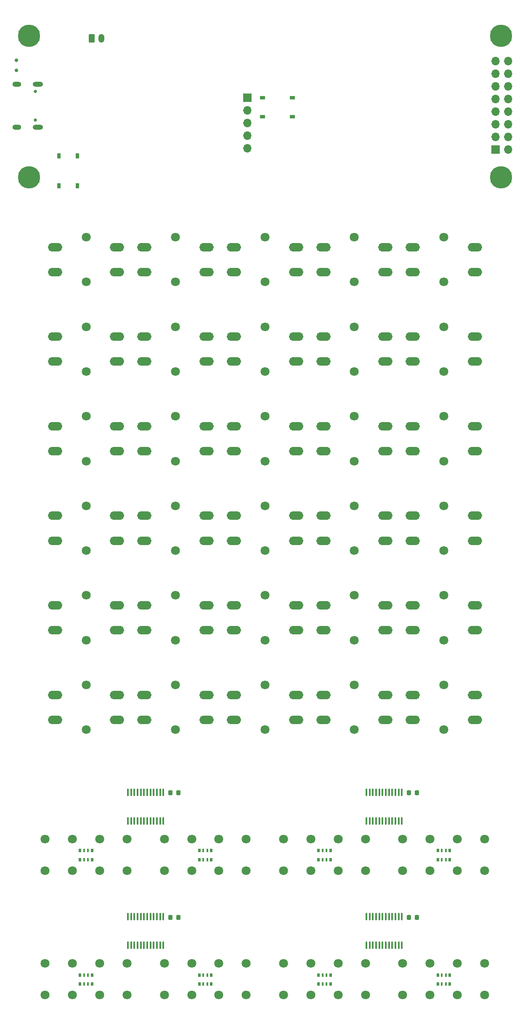
<source format=gbr>
%TF.GenerationSoftware,KiCad,Pcbnew,8.0.7*%
%TF.CreationDate,2025-01-05T21:02:15-05:00*%
%TF.ProjectId,rp2040-programmer-calculator-v2,72703230-3430-42d7-9072-6f6772616d6d,rev?*%
%TF.SameCoordinates,Original*%
%TF.FileFunction,Soldermask,Bot*%
%TF.FilePolarity,Negative*%
%FSLAX46Y46*%
G04 Gerber Fmt 4.6, Leading zero omitted, Abs format (unit mm)*
G04 Created by KiCad (PCBNEW 8.0.7) date 2025-01-05 21:02:15*
%MOMM*%
%LPD*%
G01*
G04 APERTURE LIST*
G04 Aperture macros list*
%AMRoundRect*
0 Rectangle with rounded corners*
0 $1 Rounding radius*
0 $2 $3 $4 $5 $6 $7 $8 $9 X,Y pos of 4 corners*
0 Add a 4 corners polygon primitive as box body*
4,1,4,$2,$3,$4,$5,$6,$7,$8,$9,$2,$3,0*
0 Add four circle primitives for the rounded corners*
1,1,$1+$1,$2,$3*
1,1,$1+$1,$4,$5*
1,1,$1+$1,$6,$7*
1,1,$1+$1,$8,$9*
0 Add four rect primitives between the rounded corners*
20,1,$1+$1,$2,$3,$4,$5,0*
20,1,$1+$1,$4,$5,$6,$7,0*
20,1,$1+$1,$6,$7,$8,$9,0*
20,1,$1+$1,$8,$9,$2,$3,0*%
G04 Aperture macros list end*
%ADD10R,0.750000X1.000000*%
%ADD11C,4.500000*%
%ADD12R,1.700000X1.700000*%
%ADD13O,1.700000X1.700000*%
%ADD14RoundRect,0.100000X0.100000X-0.637500X0.100000X0.637500X-0.100000X0.637500X-0.100000X-0.637500X0*%
%ADD15C,1.800000*%
%ADD16R,0.500000X0.800000*%
%ADD17R,0.400000X0.800000*%
%ADD18RoundRect,0.225000X-0.225000X-0.250000X0.225000X-0.250000X0.225000X0.250000X-0.225000X0.250000X0*%
%ADD19C,0.711200*%
%ADD20R,1.000000X0.750000*%
%ADD21C,0.650000*%
%ADD22O,2.100000X1.000000*%
%ADD23O,1.800000X1.000000*%
%ADD24RoundRect,0.250000X0.350000X0.625000X-0.350000X0.625000X-0.350000X-0.625000X0.350000X-0.625000X0*%
%ADD25O,1.200000X1.750000*%
%ADD26O,2.900000X1.700000*%
G04 APERTURE END LIST*
D10*
%TO.C,SW64*%
X34782500Y-54935000D03*
X34782500Y-48935000D03*
X31032500Y-54935000D03*
X31032500Y-48935000D03*
%TD*%
D11*
%TO.C,U10*%
X25000000Y-24750000D03*
X25000000Y-53250000D03*
X120000000Y-24750000D03*
X120000000Y-53250000D03*
D12*
X118960000Y-47640000D03*
D13*
X121500000Y-47640000D03*
X118960000Y-45100000D03*
X121500000Y-45100000D03*
X118960000Y-42560000D03*
X121500000Y-42560000D03*
X118960000Y-40020000D03*
X121500000Y-40020000D03*
X118960000Y-37480000D03*
X121500000Y-37480000D03*
X118960000Y-34940000D03*
X121500000Y-34940000D03*
X118960000Y-32400000D03*
X121500000Y-32400000D03*
X118960000Y-29860000D03*
X121500000Y-29860000D03*
%TD*%
D14*
%TO.C,U5*%
X52075000Y-176837501D03*
X51425000Y-176837501D03*
X50775000Y-176837501D03*
X50125000Y-176837501D03*
X49475000Y-176837501D03*
X48825000Y-176837501D03*
X48175000Y-176837501D03*
X47525000Y-176837501D03*
X46875000Y-176837501D03*
X46225000Y-176837501D03*
X45575000Y-176837501D03*
X44925000Y-176837501D03*
X44925000Y-182562501D03*
X45575000Y-182562501D03*
X46225000Y-182562501D03*
X46875000Y-182562501D03*
X47525000Y-182562501D03*
X48175000Y-182562501D03*
X48825000Y-182562501D03*
X49475000Y-182562501D03*
X50125000Y-182562501D03*
X50775000Y-182562501D03*
X51425000Y-182562501D03*
X52075000Y-182562501D03*
%TD*%
%TO.C,U4*%
X100075000Y-176837501D03*
X99425000Y-176837501D03*
X98775000Y-176837501D03*
X98125000Y-176837501D03*
X97475000Y-176837501D03*
X96825000Y-176837501D03*
X96175000Y-176837501D03*
X95525000Y-176837501D03*
X94875000Y-176837501D03*
X94225000Y-176837501D03*
X93575000Y-176837501D03*
X92925000Y-176837501D03*
X92925000Y-182562501D03*
X93575000Y-182562501D03*
X94225000Y-182562501D03*
X94875000Y-182562501D03*
X95525000Y-182562501D03*
X96175000Y-182562501D03*
X96825000Y-182562501D03*
X97475000Y-182562501D03*
X98125000Y-182562501D03*
X98775000Y-182562501D03*
X99425000Y-182562501D03*
X100075000Y-182562501D03*
%TD*%
%TO.C,U3*%
X52075000Y-201837501D03*
X51425000Y-201837501D03*
X50775000Y-201837501D03*
X50125000Y-201837501D03*
X49475000Y-201837501D03*
X48825000Y-201837501D03*
X48175000Y-201837501D03*
X47525000Y-201837501D03*
X46875000Y-201837501D03*
X46225000Y-201837501D03*
X45575000Y-201837501D03*
X44925000Y-201837501D03*
X44925000Y-207562501D03*
X45575000Y-207562501D03*
X46225000Y-207562501D03*
X46875000Y-207562501D03*
X47525000Y-207562501D03*
X48175000Y-207562501D03*
X48825000Y-207562501D03*
X49475000Y-207562501D03*
X50125000Y-207562501D03*
X50775000Y-207562501D03*
X51425000Y-207562501D03*
X52075000Y-207562501D03*
%TD*%
%TO.C,U2*%
X100075000Y-201837501D03*
X99425000Y-201837501D03*
X98775000Y-201837501D03*
X98125000Y-201837501D03*
X97475000Y-201837501D03*
X96825000Y-201837501D03*
X96175000Y-201837501D03*
X95525000Y-201837501D03*
X94875000Y-201837501D03*
X94225000Y-201837501D03*
X93575000Y-201837501D03*
X92925000Y-201837501D03*
X92925000Y-207562501D03*
X93575000Y-207562501D03*
X94225000Y-207562501D03*
X94875000Y-207562501D03*
X95525000Y-207562501D03*
X96175000Y-207562501D03*
X96825000Y-207562501D03*
X97475000Y-207562501D03*
X98125000Y-207562501D03*
X98775000Y-207562501D03*
X99425000Y-207562501D03*
X100075000Y-207562501D03*
%TD*%
D15*
%TO.C,SW63*%
X28250000Y-192600000D03*
X28250000Y-186200000D03*
%TD*%
%TO.C,SW62*%
X33750000Y-192600000D03*
X33750000Y-186200000D03*
%TD*%
%TO.C,SW61*%
X39250000Y-192600000D03*
X39250000Y-186200000D03*
%TD*%
%TO.C,SW60*%
X44750000Y-192600001D03*
X44750000Y-186200001D03*
%TD*%
%TO.C,SW59*%
X52249999Y-192600001D03*
X52249999Y-186200001D03*
%TD*%
%TO.C,SW58*%
X57750000Y-192600001D03*
X57750000Y-186200001D03*
%TD*%
%TO.C,SW57*%
X63250000Y-192600001D03*
X63250000Y-186200001D03*
%TD*%
%TO.C,SW56*%
X68750000Y-192600001D03*
X68750000Y-186200001D03*
%TD*%
%TO.C,SW55*%
X76250000Y-192600000D03*
X76250000Y-186200000D03*
%TD*%
%TO.C,SW54*%
X81750000Y-192600000D03*
X81750000Y-186200000D03*
%TD*%
%TO.C,SW53*%
X87250000Y-192600000D03*
X87250000Y-186200000D03*
%TD*%
%TO.C,SW52*%
X92750000Y-192600001D03*
X92750000Y-186200001D03*
%TD*%
%TO.C,SW51*%
X100249999Y-192600001D03*
X100249999Y-186200001D03*
%TD*%
%TO.C,SW50*%
X105750000Y-192600001D03*
X105750000Y-186200001D03*
%TD*%
%TO.C,SW49*%
X111250000Y-192600001D03*
X111250000Y-186200001D03*
%TD*%
%TO.C,SW48*%
X116750000Y-192600001D03*
X116750000Y-186200001D03*
%TD*%
%TO.C,SW47*%
X28250000Y-217600000D03*
X28250000Y-211200000D03*
%TD*%
%TO.C,SW46*%
X33750000Y-217600000D03*
X33750000Y-211200000D03*
%TD*%
%TO.C,SW45*%
X39250000Y-217600000D03*
X39250000Y-211200000D03*
%TD*%
%TO.C,SW44*%
X44750000Y-217600001D03*
X44750000Y-211200001D03*
%TD*%
%TO.C,SW43*%
X52249999Y-217600001D03*
X52249999Y-211200001D03*
%TD*%
%TO.C,SW42*%
X57750000Y-217600001D03*
X57750000Y-211200001D03*
%TD*%
%TO.C,SW41*%
X63250000Y-217600001D03*
X63250000Y-211200001D03*
%TD*%
%TO.C,SW40*%
X68750000Y-217600001D03*
X68750000Y-211200001D03*
%TD*%
D16*
%TO.C,RN8*%
X35300000Y-190350001D03*
D17*
X36100000Y-190350001D03*
X36900000Y-190350001D03*
D16*
X37700000Y-190350001D03*
X37700000Y-188550001D03*
D17*
X36900000Y-188550001D03*
X36100000Y-188550001D03*
D16*
X35300000Y-188550001D03*
%TD*%
%TO.C,RN7*%
X59300000Y-190350001D03*
D17*
X60100000Y-190350001D03*
X60900000Y-190350001D03*
D16*
X61700000Y-190350001D03*
X61700000Y-188550001D03*
D17*
X60900000Y-188550001D03*
X60100000Y-188550001D03*
D16*
X59300000Y-188550001D03*
%TD*%
%TO.C,RN6*%
X83300000Y-190350001D03*
D17*
X84100000Y-190350001D03*
X84900000Y-190350001D03*
D16*
X85700000Y-190350001D03*
X85700000Y-188550001D03*
D17*
X84900000Y-188550001D03*
X84100000Y-188550001D03*
D16*
X83300000Y-188550001D03*
%TD*%
%TO.C,RN5*%
X107300000Y-190350001D03*
D17*
X108100000Y-190350001D03*
X108900000Y-190350001D03*
D16*
X109700000Y-190350001D03*
X109700000Y-188550001D03*
D17*
X108900000Y-188550001D03*
X108100000Y-188550001D03*
D16*
X107300000Y-188550001D03*
%TD*%
%TO.C,RN4*%
X35300000Y-215350001D03*
D17*
X36100000Y-215350001D03*
X36900000Y-215350001D03*
D16*
X37700000Y-215350001D03*
X37700000Y-213550001D03*
D17*
X36900000Y-213550001D03*
X36100000Y-213550001D03*
D16*
X35300000Y-213550001D03*
%TD*%
%TO.C,RN3*%
X59300000Y-215350001D03*
D17*
X60100000Y-215350001D03*
X60900000Y-215350001D03*
D16*
X61700000Y-215350001D03*
X61700000Y-213550001D03*
D17*
X60900000Y-213550001D03*
X60100000Y-213550001D03*
D16*
X59300000Y-213550001D03*
%TD*%
%TO.C,RN2*%
X83300000Y-215350001D03*
D17*
X84100000Y-215350001D03*
X84900000Y-215350001D03*
D16*
X85700000Y-215350001D03*
X85700000Y-213550001D03*
D17*
X84900000Y-213550001D03*
X84100000Y-213550001D03*
D16*
X83300000Y-213550001D03*
%TD*%
%TO.C,RN1*%
X107300000Y-215350001D03*
D17*
X108100000Y-215350001D03*
X108900000Y-215350001D03*
D16*
X109700000Y-215350001D03*
X109700000Y-213550001D03*
D17*
X108900000Y-213550001D03*
X108100000Y-213550001D03*
D16*
X107300000Y-213550001D03*
%TD*%
D18*
%TO.C,C29*%
X55050000Y-176950002D03*
X53500000Y-176950002D03*
%TD*%
%TO.C,C20*%
X103050000Y-176950002D03*
X101500000Y-176950002D03*
%TD*%
%TO.C,C11*%
X55050000Y-201950002D03*
X53500000Y-201950002D03*
%TD*%
%TO.C,C2*%
X103050000Y-201950001D03*
X101500000Y-201950001D03*
%TD*%
D19*
%TO.C,SW65*%
X22499999Y-31700001D03*
X22499999Y-29699999D03*
%TD*%
D15*
%TO.C,SW39*%
X76250000Y-211200001D03*
X76250000Y-217600001D03*
%TD*%
%TO.C,SW35*%
X100250000Y-211200001D03*
X100250000Y-217600001D03*
%TD*%
%TO.C,SW38*%
X81750000Y-211200001D03*
X81750000Y-217600001D03*
%TD*%
%TO.C,SW34*%
X105750000Y-211200001D03*
X105750000Y-217600001D03*
%TD*%
%TO.C,SW37*%
X87250000Y-211200001D03*
X87250000Y-217600001D03*
%TD*%
%TO.C,SW33*%
X111250000Y-211200001D03*
X111250000Y-217600001D03*
%TD*%
%TO.C,SW36*%
X92750000Y-211200001D03*
X92750000Y-217600001D03*
%TD*%
%TO.C,SW32*%
X116750000Y-211200001D03*
X116750000Y-217600001D03*
%TD*%
D20*
%TO.C,SW1*%
X78000000Y-37250000D03*
X72000000Y-37250000D03*
X78000000Y-41000000D03*
X72000000Y-41000000D03*
%TD*%
D21*
%TO.C,J2*%
X26280000Y-35910000D03*
X26280000Y-41690000D03*
D22*
X26780000Y-34480000D03*
D23*
X22600000Y-34480000D03*
D22*
X26780000Y-43120000D03*
D23*
X22600000Y-43120000D03*
%TD*%
D13*
%TO.C,J1*%
X69000000Y-47410000D03*
X69000000Y-44870000D03*
X69000000Y-42330000D03*
X69000000Y-39790000D03*
D12*
X69000000Y-37250000D03*
%TD*%
D24*
%TO.C,BT1*%
X37600000Y-25250000D03*
D25*
X39600000Y-25250000D03*
%TD*%
D26*
%TO.C,SW31*%
X114750000Y-162250000D03*
X102250000Y-162250000D03*
X114750000Y-157250000D03*
X102250000Y-157250000D03*
D15*
X108500000Y-164250000D03*
X108500000Y-155250000D03*
%TD*%
D26*
%TO.C,SW30*%
X96750000Y-162250000D03*
X84250000Y-162250000D03*
X96750000Y-157250000D03*
X84250000Y-157250000D03*
D15*
X90500000Y-164250000D03*
X90500000Y-155250000D03*
%TD*%
D26*
%TO.C,SW29*%
X78750000Y-162250000D03*
X66250000Y-162250000D03*
X78750000Y-157250000D03*
X66250000Y-157250000D03*
D15*
X72500000Y-164250000D03*
X72500000Y-155250000D03*
%TD*%
D26*
%TO.C,SW28*%
X60750000Y-162250000D03*
X48250000Y-162250000D03*
X60750000Y-157250000D03*
X48250000Y-157250000D03*
D15*
X54500000Y-164250000D03*
X54500000Y-155250000D03*
%TD*%
D26*
%TO.C,SW27*%
X42750000Y-162250000D03*
X30250000Y-162250000D03*
X42750000Y-157250000D03*
X30250000Y-157250000D03*
D15*
X36500000Y-164250000D03*
X36500000Y-155250000D03*
%TD*%
D26*
%TO.C,SW26*%
X114750000Y-144250000D03*
X102250000Y-144250000D03*
X114750000Y-139250000D03*
X102250000Y-139250000D03*
D15*
X108500000Y-146250000D03*
X108500000Y-137250000D03*
%TD*%
D26*
%TO.C,SW25*%
X96750000Y-144250000D03*
X84250000Y-144250000D03*
X96750000Y-139250000D03*
X84250000Y-139250000D03*
D15*
X90500000Y-146250000D03*
X90500000Y-137250000D03*
%TD*%
D26*
%TO.C,SW24*%
X78750000Y-144250000D03*
X66250000Y-144250000D03*
X78750000Y-139250000D03*
X66250000Y-139250000D03*
D15*
X72500000Y-146250000D03*
X72500000Y-137250000D03*
%TD*%
D26*
%TO.C,SW23*%
X60750000Y-144250000D03*
X48250000Y-144250000D03*
X60750000Y-139250000D03*
X48250000Y-139250000D03*
D15*
X54500000Y-146250000D03*
X54500000Y-137250000D03*
%TD*%
D26*
%TO.C,SW22*%
X42750000Y-144250000D03*
X30250000Y-144250000D03*
X42750000Y-139250000D03*
X30250000Y-139250000D03*
D15*
X36500000Y-146250000D03*
X36500000Y-137250000D03*
%TD*%
D26*
%TO.C,SW21*%
X114750000Y-126250000D03*
X102250000Y-126250000D03*
X114750000Y-121250000D03*
X102250000Y-121250000D03*
D15*
X108500000Y-128250000D03*
X108500000Y-119250000D03*
%TD*%
D26*
%TO.C,SW20*%
X96750000Y-126250000D03*
X84250000Y-126250000D03*
X96750000Y-121250000D03*
X84250000Y-121250000D03*
D15*
X90500000Y-128250000D03*
X90500000Y-119250000D03*
%TD*%
D26*
%TO.C,SW19*%
X78750000Y-126250000D03*
X66250000Y-126250000D03*
X78750000Y-121250000D03*
X66250000Y-121250000D03*
D15*
X72500000Y-128250000D03*
X72500000Y-119250000D03*
%TD*%
D26*
%TO.C,SW18*%
X60750000Y-126250000D03*
X48250000Y-126250000D03*
X60750000Y-121250000D03*
X48250000Y-121250000D03*
D15*
X54500000Y-128250000D03*
X54500000Y-119250000D03*
%TD*%
D26*
%TO.C,SW17*%
X42750000Y-126250000D03*
X30250000Y-126250000D03*
X42750000Y-121250000D03*
X30250000Y-121250000D03*
D15*
X36500000Y-128250000D03*
X36500000Y-119250000D03*
%TD*%
D26*
%TO.C,SW16*%
X114750000Y-108250000D03*
X102250000Y-108250000D03*
X114750000Y-103250000D03*
X102250000Y-103250000D03*
D15*
X108500000Y-110250000D03*
X108500000Y-101250000D03*
%TD*%
D26*
%TO.C,SW15*%
X96750000Y-108250000D03*
X84250000Y-108250000D03*
X96750000Y-103250000D03*
X84250000Y-103250000D03*
D15*
X90500000Y-110250000D03*
X90500000Y-101250000D03*
%TD*%
D26*
%TO.C,SW14*%
X78750000Y-108250000D03*
X66250000Y-108250000D03*
X78750000Y-103250000D03*
X66250000Y-103250000D03*
D15*
X72500000Y-110250000D03*
X72500000Y-101250000D03*
%TD*%
D26*
%TO.C,SW13*%
X60750000Y-108250000D03*
X48250000Y-108250000D03*
X60750000Y-103250000D03*
X48250000Y-103250000D03*
D15*
X54500000Y-110250000D03*
X54500000Y-101250000D03*
%TD*%
D26*
%TO.C,SW12*%
X42750000Y-108250000D03*
X30250000Y-108250000D03*
X42750000Y-103250000D03*
X30250000Y-103250000D03*
D15*
X36500000Y-110250000D03*
X36500000Y-101250000D03*
%TD*%
D26*
%TO.C,SW11*%
X114750000Y-90250000D03*
X102250000Y-90250000D03*
X114750000Y-85250000D03*
X102250000Y-85250000D03*
D15*
X108500000Y-92250000D03*
X108500000Y-83250000D03*
%TD*%
D26*
%TO.C,SW10*%
X96750000Y-90250000D03*
X84250000Y-90250000D03*
X96750000Y-85250000D03*
X84250000Y-85250000D03*
D15*
X90500000Y-92250000D03*
X90500000Y-83250000D03*
%TD*%
D26*
%TO.C,SW9*%
X78750000Y-90250000D03*
X66250000Y-90250000D03*
X78750000Y-85250000D03*
X66250000Y-85250000D03*
D15*
X72500000Y-92250000D03*
X72500000Y-83250000D03*
%TD*%
D26*
%TO.C,SW8*%
X60750000Y-90250000D03*
X48250000Y-90250000D03*
X60750000Y-85250000D03*
X48250000Y-85250000D03*
D15*
X54500000Y-92250000D03*
X54500000Y-83250000D03*
%TD*%
D26*
%TO.C,SW7*%
X42750000Y-90250000D03*
X30250000Y-90250000D03*
X42750000Y-85250000D03*
X30250000Y-85250000D03*
D15*
X36500000Y-92250000D03*
X36500000Y-83250000D03*
%TD*%
D26*
%TO.C,SW6*%
X114750000Y-72250000D03*
X102250000Y-72250000D03*
X114750000Y-67250000D03*
X102250000Y-67250000D03*
D15*
X108500000Y-74250000D03*
X108500000Y-65250000D03*
%TD*%
D26*
%TO.C,SW5*%
X96750000Y-72250000D03*
X84250000Y-72250000D03*
X96750000Y-67250000D03*
X84250000Y-67250000D03*
D15*
X90500000Y-74250000D03*
X90500000Y-65250000D03*
%TD*%
D26*
%TO.C,SW4*%
X78750000Y-72250000D03*
X66250000Y-72250000D03*
X78750000Y-67250000D03*
X66250000Y-67250000D03*
D15*
X72500000Y-74250000D03*
X72500000Y-65250000D03*
%TD*%
D26*
%TO.C,SW3*%
X60750000Y-72250000D03*
X48250000Y-72250000D03*
X60750000Y-67250000D03*
X48250000Y-67250000D03*
D15*
X54500000Y-74250000D03*
X54500000Y-65250000D03*
%TD*%
D26*
%TO.C,SW2*%
X42750000Y-72250000D03*
X30250000Y-72250000D03*
X42750000Y-67250000D03*
X30250000Y-67250000D03*
D15*
X36500000Y-74250000D03*
X36500000Y-65250000D03*
%TD*%
M02*

</source>
